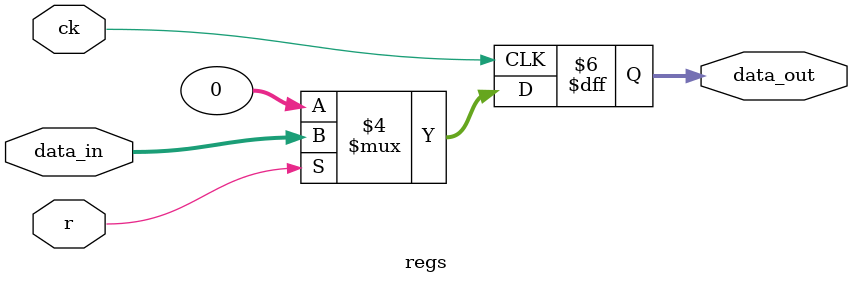
<source format=v>
module reg_file (clk, rst, wr_en, rd_en, wr_a, rd_a, wr_d, rd_d);
	parameter DATA_WIDTH = 32;
	parameter ADDR_WIDTH = 8;
	input clk, rst, wr_en, rd_en;
	input [ADDR_WIDTH - 1 : 0] wr_a;
	input [ADDR_WIDTH - 1 : 0] rd_a;
	input [DATA_WIDTH - 1 : 0] wr_d;
	output [DATA_WIDTH - 1 : 0] rd_d;
	reg [DATA_WIDTH - 1 : 0] rf [ADDR_WIDTH - 1 : 0], rd_d;
	reg [DATA_WIDTH - 1 : 0] data_in0;
	reg [DATA_WIDTH - 1 : 0] data_in1;
	reg [DATA_WIDTH - 1 : 0] data_in2;
	reg [DATA_WIDTH - 1 : 0] data_in3;
	reg [DATA_WIDTH - 1 : 0] data_in4;
	reg [DATA_WIDTH - 1 : 0] data_in5;
	reg [DATA_WIDTH - 1 : 0] data_in6;
	reg [DATA_WIDTH - 1 : 0] data_in7;
	wire [DATA_WIDTH - 1 : 0] data_out0;
	wire [DATA_WIDTH - 1 : 0] data_out1;
	wire [DATA_WIDTH - 1 : 0] data_out2;
	wire [DATA_WIDTH - 1 : 0] data_out3;
	wire [DATA_WIDTH - 1 : 0] data_out4;
	wire [DATA_WIDTH - 1 : 0] data_out5;
	wire [DATA_WIDTH - 1 : 0] data_out6;
	wire [DATA_WIDTH - 1 : 0] data_out7;
	wire ck, r;
	assign ck = clk;
	assign r = rst;
	regs r0 (.ck(ck), .r(r), .data_in(data_in0[DATA_WIDTH - 1 : 0]), .data_out(data_out0[DATA_WIDTH - 1 : 0]));
	regs r1 (.ck(ck), .r(r), .data_in(data_in1[DATA_WIDTH - 1 : 0]), .data_out(data_out1[DATA_WIDTH - 1 : 0]));
	regs r2 (.ck(ck), .r(r), .data_in(data_in2[DATA_WIDTH - 1 : 0]), .data_out(data_out2[DATA_WIDTH - 1 : 0]));
	regs r3 (.ck(ck), .r(r), .data_in(data_in3[DATA_WIDTH - 1 : 0]), .data_out(data_out3[DATA_WIDTH - 1 : 0]));
	regs r4 (.ck(ck), .r(r), .data_in(data_in4[DATA_WIDTH - 1 : 0]), .data_out(data_out4[DATA_WIDTH - 1 : 0]));
	regs r5 (.ck(ck), .r(r), .data_in(data_in5[DATA_WIDTH - 1 : 0]), .data_out(data_out5[DATA_WIDTH - 1 : 0]));
	regs r6 (.ck(ck), .r(r), .data_in(data_in6[DATA_WIDTH - 1 : 0]), .data_out(data_out6[DATA_WIDTH - 1 : 0]));
	regs r7 (.ck(ck), .r(r), .data_in(data_in7[DATA_WIDTH - 1 : 0]), .data_out(data_out7[DATA_WIDTH - 1 : 0]));
	always @ (posedge clk) begin
		if(!rst) begin
		end
	end
	always @ (posedge clk) begin
		if (wr_en) begin
			case (wr_a)
				3'b000 : data_in0 <= wr_d;
				3'b001 : data_in1 <= wr_d;
				3'b010 : data_in2 <= wr_d;
				3'b011 : data_in3 <= wr_d;
				3'b100 : data_in4 <= wr_d;
				3'b101 : data_in5 <= wr_d;
				3'b110 : data_in6 <= wr_d;
				3'b111 : data_in7 <= wr_d;
				default : $display ( "Error out of range" );
			endcase
		end
		if (rd_en) begin
			case (rd_a)
				3'b000 : rd_d <= data_out0;
				3'b001 : rd_d <= data_out1;
				3'b010 : rd_d <= data_out2;
				3'b011 : rd_d <= data_out3;
				3'b100 : rd_d <= data_out4;
				3'b101 : rd_d <= data_out5;
				3'b110 : rd_d <= data_out6;
				3'b111 : rd_d <= data_out7;
				default : $display ( "Error out of range" );
			endcase
		end
	end
endmodule
module regs (ck, r, data_in, data_out);
	parameter DATA_WIDTH = 32;
	parameter ADDR_WIDTH = 8;
	input ck, r;
	input [DATA_WIDTH - 1 : 0] data_in;
	output [DATA_WIDTH - 1 : 0] data_out;
	reg [DATA_WIDTH - 1 : 0] data_out;
	always @ (posedge ck) begin
		if(!r) begin
			data_out = 32'b0;
		end
		else begin
			data_out = data_in;
		end
	end
endmodule
</source>
